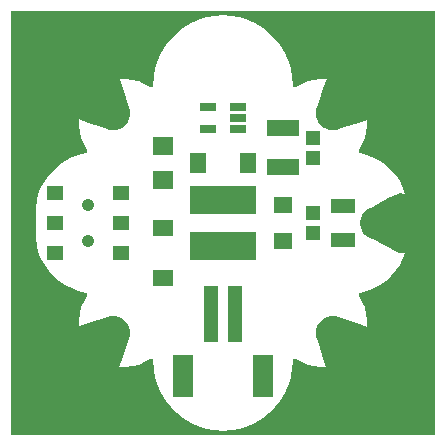
<source format=gbr>
G04 EAGLE Gerber RS-274X export*
G75*
%MOMM*%
%FSLAX34Y34*%
%LPD*%
%INSoldermask Top*%
%IPPOS*%
%AMOC8*
5,1,8,0,0,1.08239X$1,22.5*%
G01*
%ADD10R,1.473200X1.673200*%
%ADD11R,5.703200X2.353200*%
%ADD12R,2.703200X1.403200*%
%ADD13R,1.803200X1.603200*%
%ADD14R,1.203200X1.303200*%
%ADD15R,1.603200X1.403200*%
%ADD16C,4.013200*%
%ADD17R,1.403200X0.753200*%
%ADD18R,2.003200X1.203200*%
%ADD19R,1.203200X4.803200*%
%ADD20R,1.803200X3.603200*%
%ADD21R,1.353200X1.203200*%
%ADD22C,1.053200*%
%ADD23R,1.673200X1.473200*%

G36*
X355618Y-2029D02*
X355618Y-2029D01*
X355636Y-2031D01*
X355818Y-2010D01*
X356001Y-1991D01*
X356018Y-1986D01*
X356035Y-1984D01*
X356210Y-1927D01*
X356386Y-1873D01*
X356401Y-1865D01*
X356418Y-1859D01*
X356578Y-1769D01*
X356740Y-1681D01*
X356753Y-1670D01*
X356769Y-1661D01*
X356908Y-1541D01*
X357049Y-1424D01*
X357060Y-1410D01*
X357074Y-1398D01*
X357186Y-1253D01*
X357301Y-1110D01*
X357309Y-1094D01*
X357320Y-1080D01*
X357402Y-915D01*
X357487Y-753D01*
X357492Y-736D01*
X357500Y-720D01*
X357547Y-541D01*
X357598Y-366D01*
X357600Y-348D01*
X357604Y-331D01*
X357631Y0D01*
X357631Y355600D01*
X357629Y355618D01*
X357631Y355636D01*
X357610Y355818D01*
X357591Y356001D01*
X357586Y356018D01*
X357584Y356035D01*
X357527Y356210D01*
X357473Y356386D01*
X357465Y356401D01*
X357459Y356418D01*
X357369Y356578D01*
X357281Y356740D01*
X357270Y356753D01*
X357261Y356769D01*
X357141Y356908D01*
X357024Y357049D01*
X357010Y357060D01*
X356998Y357074D01*
X356853Y357186D01*
X356710Y357301D01*
X356694Y357309D01*
X356680Y357320D01*
X356515Y357402D01*
X356353Y357487D01*
X356336Y357492D01*
X356320Y357500D01*
X356141Y357547D01*
X355966Y357598D01*
X355948Y357600D01*
X355931Y357604D01*
X355600Y357631D01*
X0Y357631D01*
X-18Y357629D01*
X-36Y357631D01*
X-218Y357610D01*
X-401Y357591D01*
X-418Y357586D01*
X-435Y357584D01*
X-610Y357527D01*
X-786Y357473D01*
X-801Y357465D01*
X-818Y357459D01*
X-978Y357369D01*
X-1140Y357281D01*
X-1153Y357270D01*
X-1169Y357261D01*
X-1308Y357141D01*
X-1449Y357024D01*
X-1460Y357010D01*
X-1474Y356998D01*
X-1586Y356853D01*
X-1701Y356710D01*
X-1709Y356694D01*
X-1720Y356680D01*
X-1802Y356515D01*
X-1887Y356353D01*
X-1892Y356336D01*
X-1900Y356320D01*
X-1947Y356141D01*
X-1998Y355966D01*
X-2000Y355948D01*
X-2004Y355931D01*
X-2031Y355600D01*
X-2031Y0D01*
X-2029Y-18D01*
X-2031Y-36D01*
X-2010Y-218D01*
X-1991Y-401D01*
X-1986Y-418D01*
X-1984Y-435D01*
X-1927Y-610D01*
X-1873Y-786D01*
X-1865Y-801D01*
X-1859Y-818D01*
X-1769Y-978D01*
X-1681Y-1140D01*
X-1670Y-1153D01*
X-1661Y-1169D01*
X-1541Y-1308D01*
X-1424Y-1449D01*
X-1410Y-1460D01*
X-1398Y-1474D01*
X-1253Y-1586D01*
X-1110Y-1701D01*
X-1094Y-1709D01*
X-1080Y-1720D01*
X-915Y-1802D01*
X-753Y-1887D01*
X-736Y-1892D01*
X-720Y-1900D01*
X-541Y-1947D01*
X-366Y-1998D01*
X-348Y-2000D01*
X-331Y-2004D01*
X0Y-2031D01*
X355600Y-2031D01*
X355618Y-2029D01*
G37*
%LPC*%
G36*
X170697Y2465D02*
X170697Y2465D01*
X163698Y3747D01*
X156905Y5864D01*
X150416Y8785D01*
X144327Y12466D01*
X138725Y16854D01*
X133694Y21885D01*
X129306Y27487D01*
X125625Y33576D01*
X122704Y40065D01*
X120587Y46858D01*
X119305Y53857D01*
X118868Y61083D01*
X118852Y61178D01*
X118847Y61274D01*
X118829Y61343D01*
X118825Y61373D01*
X118816Y61401D01*
X118804Y61480D01*
X118770Y61570D01*
X118746Y61663D01*
X118699Y61758D01*
X118662Y61857D01*
X118612Y61939D01*
X118569Y62025D01*
X118505Y62109D01*
X118450Y62199D01*
X118384Y62269D01*
X118325Y62346D01*
X118246Y62415D01*
X118174Y62492D01*
X118095Y62548D01*
X118023Y62611D01*
X117932Y62664D01*
X117845Y62725D01*
X117757Y62764D01*
X117674Y62812D01*
X117574Y62846D01*
X117477Y62889D01*
X117383Y62910D01*
X117292Y62940D01*
X117188Y62953D01*
X117084Y62977D01*
X116988Y62979D01*
X116893Y62991D01*
X116788Y62983D01*
X116682Y62985D01*
X116587Y62968D01*
X116491Y62961D01*
X116390Y62933D01*
X116286Y62914D01*
X116196Y62879D01*
X116103Y62853D01*
X116017Y62811D01*
X116016Y62811D01*
X115987Y62796D01*
X115911Y62766D01*
X115868Y62738D01*
X115805Y62708D01*
X111128Y59938D01*
X106242Y57898D01*
X101121Y56553D01*
X95863Y55931D01*
X90570Y56043D01*
X89999Y56135D01*
X92204Y61408D01*
X92215Y61449D01*
X92230Y61478D01*
X94920Y69533D01*
X94927Y69574D01*
X94941Y69605D01*
X97001Y77724D01*
X98017Y79703D01*
X98053Y79806D01*
X98085Y79872D01*
X98763Y82110D01*
X98780Y82219D01*
X98800Y82289D01*
X99067Y84613D01*
X99064Y84723D01*
X99072Y84795D01*
X98918Y87129D01*
X98896Y87237D01*
X98890Y87310D01*
X98321Y89578D01*
X98280Y89680D01*
X98261Y89751D01*
X97296Y91881D01*
X97237Y91974D01*
X97206Y92040D01*
X95874Y93963D01*
X95800Y94044D01*
X95757Y94103D01*
X94103Y95757D01*
X94016Y95823D01*
X93963Y95874D01*
X92040Y97206D01*
X91942Y97255D01*
X91881Y97296D01*
X89751Y98261D01*
X89645Y98292D01*
X89578Y98321D01*
X87310Y98890D01*
X87200Y98901D01*
X87129Y98918D01*
X84795Y99072D01*
X84686Y99063D01*
X84613Y99067D01*
X82289Y98800D01*
X82183Y98773D01*
X82110Y98763D01*
X79872Y98085D01*
X79772Y98039D01*
X79703Y98017D01*
X77719Y96999D01*
X65757Y93843D01*
X65714Y93825D01*
X65677Y93818D01*
X56067Y90419D01*
X56043Y90570D01*
X55931Y95863D01*
X56553Y101121D01*
X57898Y106242D01*
X59938Y111128D01*
X62708Y115805D01*
X62761Y115919D01*
X62822Y116029D01*
X62846Y116101D01*
X62878Y116170D01*
X62907Y116293D01*
X62946Y116413D01*
X62954Y116488D01*
X62972Y116562D01*
X62977Y116687D01*
X62991Y116813D01*
X62985Y116888D01*
X62987Y116964D01*
X62967Y117088D01*
X62957Y117214D01*
X62935Y117287D01*
X62923Y117361D01*
X62879Y117479D01*
X62844Y117600D01*
X62808Y117667D01*
X62782Y117738D01*
X62715Y117845D01*
X62657Y117957D01*
X62609Y118016D01*
X62569Y118080D01*
X62483Y118172D01*
X62403Y118270D01*
X62345Y118318D01*
X62293Y118373D01*
X62190Y118446D01*
X62093Y118526D01*
X62026Y118562D01*
X61964Y118606D01*
X61849Y118657D01*
X61738Y118716D01*
X61654Y118743D01*
X61596Y118769D01*
X61525Y118785D01*
X61422Y118818D01*
X55330Y120241D01*
X49570Y122346D01*
X44105Y125130D01*
X39015Y128553D01*
X34376Y132563D01*
X30253Y137104D01*
X26708Y142109D01*
X23792Y147505D01*
X21548Y153212D01*
X20008Y159149D01*
X19195Y165228D01*
X19121Y171361D01*
X19799Y177580D01*
X19800Y177634D01*
X19808Y177689D01*
X19806Y177774D01*
X19811Y177836D01*
X19802Y177909D01*
X19803Y177982D01*
X19800Y177999D01*
X19799Y178020D01*
X19121Y184239D01*
X19195Y190372D01*
X20008Y196451D01*
X21548Y202388D01*
X23792Y208095D01*
X26708Y213491D01*
X30253Y218496D01*
X34376Y223037D01*
X39015Y227048D01*
X44105Y230470D01*
X49570Y233254D01*
X55330Y235359D01*
X61422Y236782D01*
X61542Y236823D01*
X61663Y236854D01*
X61731Y236888D01*
X61803Y236912D01*
X61912Y236975D01*
X62025Y237031D01*
X62086Y237076D01*
X62151Y237115D01*
X62245Y237198D01*
X62346Y237275D01*
X62396Y237332D01*
X62452Y237382D01*
X62528Y237483D01*
X62611Y237577D01*
X62649Y237643D01*
X62695Y237703D01*
X62749Y237817D01*
X62812Y237926D01*
X62836Y237998D01*
X62869Y238066D01*
X62900Y238188D01*
X62940Y238308D01*
X62950Y238383D01*
X62968Y238456D01*
X62975Y238582D01*
X62991Y238707D01*
X62985Y238783D01*
X62989Y238858D01*
X62970Y238983D01*
X62961Y239109D01*
X62941Y239182D01*
X62930Y239257D01*
X62887Y239375D01*
X62853Y239497D01*
X62814Y239576D01*
X62793Y239635D01*
X62755Y239698D01*
X62708Y239795D01*
X59938Y244472D01*
X57898Y249358D01*
X56553Y254479D01*
X55931Y259737D01*
X56043Y265030D01*
X56135Y265601D01*
X61408Y263396D01*
X61449Y263385D01*
X61478Y263370D01*
X69533Y260680D01*
X69574Y260673D01*
X69605Y260659D01*
X77724Y258599D01*
X79703Y257583D01*
X79806Y257547D01*
X79872Y257515D01*
X82110Y256837D01*
X82219Y256820D01*
X82289Y256800D01*
X84613Y256533D01*
X84723Y256536D01*
X84795Y256528D01*
X87129Y256682D01*
X87237Y256704D01*
X87310Y256710D01*
X89578Y257279D01*
X89680Y257320D01*
X89751Y257339D01*
X91881Y258304D01*
X91974Y258363D01*
X92040Y258394D01*
X93963Y259726D01*
X94044Y259800D01*
X94103Y259843D01*
X95757Y261497D01*
X95823Y261584D01*
X95874Y261637D01*
X97206Y263560D01*
X97255Y263658D01*
X97296Y263719D01*
X98261Y265849D01*
X98292Y265955D01*
X98321Y266022D01*
X98890Y268290D01*
X98901Y268400D01*
X98918Y268471D01*
X99072Y270805D01*
X99063Y270914D01*
X99067Y270987D01*
X98800Y273311D01*
X98773Y273417D01*
X98763Y273490D01*
X98085Y275728D01*
X98039Y275828D01*
X98017Y275897D01*
X96999Y277881D01*
X93843Y289843D01*
X93825Y289886D01*
X93818Y289923D01*
X90419Y299533D01*
X90570Y299557D01*
X95863Y299669D01*
X101121Y299047D01*
X106242Y297703D01*
X111128Y295662D01*
X115805Y292892D01*
X115892Y292852D01*
X115975Y292802D01*
X116074Y292767D01*
X116170Y292722D01*
X116264Y292700D01*
X116354Y292668D01*
X116459Y292653D01*
X116562Y292628D01*
X116658Y292624D01*
X116753Y292611D01*
X116858Y292617D01*
X116964Y292613D01*
X117059Y292628D01*
X117155Y292633D01*
X117257Y292660D01*
X117361Y292677D01*
X117451Y292711D01*
X117544Y292735D01*
X117639Y292781D01*
X117738Y292818D01*
X117820Y292869D01*
X117906Y292911D01*
X117990Y292975D01*
X118080Y293031D01*
X118150Y293097D01*
X118226Y293155D01*
X118296Y293235D01*
X118373Y293307D01*
X118428Y293386D01*
X118492Y293458D01*
X118545Y293550D01*
X118606Y293636D01*
X118645Y293724D01*
X118693Y293807D01*
X118726Y293907D01*
X118769Y294004D01*
X118790Y294097D01*
X118821Y294189D01*
X118839Y294317D01*
X118857Y294397D01*
X118858Y294449D01*
X118868Y294517D01*
X119305Y301743D01*
X120587Y308742D01*
X122704Y315535D01*
X125625Y322024D01*
X129306Y328113D01*
X133694Y333715D01*
X138725Y338746D01*
X144327Y343134D01*
X150416Y346816D01*
X156905Y349736D01*
X163698Y351853D01*
X170697Y353135D01*
X177800Y353565D01*
X184903Y353135D01*
X191902Y351853D01*
X198695Y349736D01*
X205184Y346816D01*
X211273Y343134D01*
X216875Y338746D01*
X221906Y333715D01*
X226294Y328113D01*
X229976Y322024D01*
X232896Y315535D01*
X235013Y308742D01*
X236295Y301743D01*
X236732Y294517D01*
X236748Y294422D01*
X236753Y294326D01*
X236780Y294224D01*
X236796Y294120D01*
X236830Y294030D01*
X236854Y293937D01*
X236901Y293842D01*
X236938Y293743D01*
X236988Y293661D01*
X237031Y293575D01*
X237095Y293491D01*
X237150Y293401D01*
X237216Y293331D01*
X237275Y293254D01*
X237354Y293185D01*
X237426Y293108D01*
X237505Y293052D01*
X237577Y292989D01*
X237668Y292936D01*
X237755Y292875D01*
X237843Y292836D01*
X237926Y292788D01*
X238026Y292754D01*
X238123Y292711D01*
X238217Y292690D01*
X238308Y292660D01*
X238412Y292647D01*
X238516Y292624D01*
X238612Y292621D01*
X238707Y292609D01*
X238812Y292617D01*
X238918Y292615D01*
X239013Y292632D01*
X239109Y292639D01*
X239211Y292667D01*
X239314Y292686D01*
X239404Y292721D01*
X239497Y292747D01*
X239613Y292804D01*
X239689Y292834D01*
X239733Y292862D01*
X239795Y292892D01*
X244472Y295662D01*
X249358Y297703D01*
X254479Y299047D01*
X259737Y299669D01*
X265030Y299557D01*
X265601Y299465D01*
X263396Y294192D01*
X263385Y294151D01*
X263370Y294122D01*
X260680Y286067D01*
X260673Y286026D01*
X260659Y285995D01*
X258599Y277876D01*
X257583Y275897D01*
X257547Y275794D01*
X257515Y275728D01*
X256837Y273490D01*
X256820Y273381D01*
X256800Y273311D01*
X256533Y270987D01*
X256536Y270877D01*
X256528Y270805D01*
X256682Y268471D01*
X256704Y268363D01*
X256710Y268290D01*
X257279Y266022D01*
X257320Y265920D01*
X257339Y265849D01*
X258304Y263719D01*
X258363Y263626D01*
X258394Y263560D01*
X259726Y261637D01*
X259800Y261556D01*
X259843Y261497D01*
X261497Y259843D01*
X261575Y259784D01*
X261604Y259757D01*
X261606Y259756D01*
X261637Y259726D01*
X263560Y258394D01*
X263658Y258345D01*
X263719Y258304D01*
X265849Y257339D01*
X265955Y257308D01*
X266022Y257279D01*
X268290Y256710D01*
X268400Y256699D01*
X268471Y256682D01*
X270805Y256528D01*
X270914Y256537D01*
X270987Y256533D01*
X273311Y256800D01*
X273417Y256827D01*
X273490Y256837D01*
X275728Y257515D01*
X275828Y257561D01*
X275897Y257583D01*
X277881Y258601D01*
X289843Y261757D01*
X289886Y261775D01*
X289923Y261782D01*
X299533Y265181D01*
X299557Y265030D01*
X299669Y259737D01*
X299047Y254479D01*
X297703Y249358D01*
X295662Y244472D01*
X292892Y239795D01*
X292851Y239707D01*
X292801Y239623D01*
X292766Y239525D01*
X292722Y239430D01*
X292700Y239335D01*
X292667Y239243D01*
X292652Y239140D01*
X292628Y239039D01*
X292624Y238941D01*
X292611Y238845D01*
X292617Y238741D01*
X292613Y238636D01*
X292628Y238540D01*
X292634Y238443D01*
X292660Y238342D01*
X292677Y238239D01*
X292711Y238148D01*
X292736Y238053D01*
X292781Y237960D01*
X292818Y237862D01*
X292870Y237779D01*
X292912Y237692D01*
X292976Y237609D01*
X293031Y237520D01*
X293098Y237449D01*
X293157Y237372D01*
X293236Y237303D01*
X293307Y237227D01*
X293387Y237171D01*
X293460Y237107D01*
X293551Y237055D01*
X293636Y236994D01*
X293725Y236955D01*
X293809Y236906D01*
X293930Y236864D01*
X294004Y236831D01*
X294055Y236820D01*
X294122Y236796D01*
X300053Y235232D01*
X305637Y233010D01*
X310913Y230132D01*
X315803Y226638D01*
X320237Y222581D01*
X324150Y218018D01*
X327483Y213017D01*
X330190Y207651D01*
X332005Y202623D01*
X331934Y202638D01*
X331841Y202645D01*
X331776Y202659D01*
X327916Y202874D01*
X327859Y202869D01*
X327802Y202874D01*
X327734Y202858D01*
X327633Y202850D01*
X327541Y202814D01*
X327475Y202799D01*
X319619Y199576D01*
X319582Y199555D01*
X319550Y199545D01*
X311953Y195751D01*
X311919Y195728D01*
X311888Y195716D01*
X304690Y191431D01*
X302572Y190750D01*
X302474Y190702D01*
X302404Y190679D01*
X300342Y189576D01*
X300253Y189511D01*
X300189Y189475D01*
X298357Y188021D01*
X298282Y187941D01*
X298225Y187895D01*
X296683Y186136D01*
X296623Y186044D01*
X296576Y185989D01*
X295374Y183982D01*
X295331Y183881D01*
X295294Y183818D01*
X294471Y181628D01*
X294447Y181521D01*
X294422Y181453D01*
X294003Y179151D01*
X293999Y179042D01*
X293987Y178970D01*
X293987Y176630D01*
X294002Y176522D01*
X294003Y176449D01*
X294422Y174147D01*
X294457Y174043D01*
X294471Y173972D01*
X295294Y171782D01*
X295347Y171686D01*
X295374Y171618D01*
X296576Y169611D01*
X296645Y169526D01*
X296683Y169464D01*
X298225Y167705D01*
X298309Y167633D01*
X298357Y167579D01*
X300189Y166125D01*
X300284Y166069D01*
X300342Y166024D01*
X302404Y164921D01*
X302508Y164883D01*
X302572Y164850D01*
X304694Y164167D01*
X315385Y157940D01*
X315428Y157923D01*
X315458Y157902D01*
X326723Y152524D01*
X326801Y152499D01*
X326875Y152466D01*
X326928Y152459D01*
X326994Y152438D01*
X327131Y152435D01*
X327209Y152426D01*
X331149Y152615D01*
X331241Y152633D01*
X331307Y152635D01*
X331928Y152764D01*
X330190Y147949D01*
X327483Y142583D01*
X324150Y137582D01*
X320237Y133019D01*
X315803Y128962D01*
X310913Y125468D01*
X305637Y122590D01*
X300053Y120368D01*
X294122Y118804D01*
X294031Y118770D01*
X293937Y118746D01*
X293843Y118700D01*
X293745Y118663D01*
X293662Y118612D01*
X293575Y118569D01*
X293492Y118506D01*
X293403Y118451D01*
X293332Y118384D01*
X293254Y118325D01*
X293186Y118247D01*
X293109Y118175D01*
X293053Y118096D01*
X292989Y118023D01*
X292937Y117933D01*
X292876Y117847D01*
X292836Y117758D01*
X292788Y117674D01*
X292755Y117575D01*
X292712Y117480D01*
X292691Y117384D01*
X292660Y117292D01*
X292647Y117189D01*
X292624Y117087D01*
X292622Y116989D01*
X292609Y116893D01*
X292617Y116789D01*
X292615Y116684D01*
X292632Y116588D01*
X292639Y116491D01*
X292667Y116391D01*
X292685Y116288D01*
X292721Y116197D01*
X292747Y116103D01*
X292803Y115989D01*
X292833Y115913D01*
X292861Y115869D01*
X292892Y115805D01*
X295662Y111128D01*
X297703Y106242D01*
X299047Y101121D01*
X299669Y95863D01*
X299557Y90570D01*
X299465Y89999D01*
X294192Y92204D01*
X294151Y92215D01*
X294122Y92230D01*
X286067Y94920D01*
X286026Y94927D01*
X285995Y94941D01*
X277876Y97001D01*
X275897Y98017D01*
X275829Y98040D01*
X275779Y98066D01*
X275760Y98069D01*
X275728Y98085D01*
X273490Y98763D01*
X273381Y98780D01*
X273311Y98800D01*
X270987Y99067D01*
X270877Y99064D01*
X270805Y99072D01*
X268471Y98918D01*
X268363Y98896D01*
X268290Y98890D01*
X266022Y98321D01*
X265920Y98280D01*
X265849Y98261D01*
X263719Y97296D01*
X263626Y97237D01*
X263560Y97206D01*
X261637Y95874D01*
X261556Y95800D01*
X261497Y95757D01*
X259843Y94103D01*
X259777Y94016D01*
X259726Y93963D01*
X258394Y92040D01*
X258345Y91942D01*
X258304Y91881D01*
X257339Y89751D01*
X257308Y89645D01*
X257279Y89578D01*
X256710Y87310D01*
X256699Y87200D01*
X256682Y87129D01*
X256528Y84795D01*
X256537Y84686D01*
X256533Y84613D01*
X256744Y82777D01*
X256744Y82776D01*
X256800Y82289D01*
X256827Y82183D01*
X256837Y82110D01*
X257515Y79872D01*
X257561Y79772D01*
X257583Y79703D01*
X258601Y77719D01*
X261757Y65757D01*
X261775Y65714D01*
X261782Y65677D01*
X265181Y56067D01*
X265030Y56043D01*
X259737Y55931D01*
X254479Y56553D01*
X249358Y57898D01*
X244472Y59938D01*
X239795Y62708D01*
X239708Y62748D01*
X239625Y62798D01*
X239526Y62833D01*
X239524Y62834D01*
X239518Y62837D01*
X239517Y62837D01*
X239430Y62878D01*
X239336Y62900D01*
X239246Y62932D01*
X239141Y62947D01*
X239039Y62972D01*
X238942Y62976D01*
X238847Y62989D01*
X238742Y62983D01*
X238636Y62987D01*
X238541Y62972D01*
X238445Y62967D01*
X238343Y62940D01*
X238239Y62923D01*
X238149Y62889D01*
X238056Y62865D01*
X237961Y62819D01*
X237862Y62782D01*
X237780Y62731D01*
X237694Y62689D01*
X237610Y62625D01*
X237520Y62569D01*
X237450Y62503D01*
X237374Y62445D01*
X237304Y62365D01*
X237227Y62293D01*
X237172Y62214D01*
X237108Y62142D01*
X237055Y62050D01*
X236994Y61964D01*
X236955Y61876D01*
X236907Y61793D01*
X236875Y61695D01*
X236872Y61690D01*
X236871Y61686D01*
X236831Y61596D01*
X236810Y61503D01*
X236779Y61411D01*
X236767Y61327D01*
X236761Y61303D01*
X236758Y61267D01*
X236743Y61203D01*
X236742Y61151D01*
X236732Y61083D01*
X236295Y53857D01*
X235427Y49116D01*
X235426Y49116D01*
X235013Y46858D01*
X232896Y40065D01*
X229976Y33576D01*
X226294Y27487D01*
X221906Y21885D01*
X216875Y16854D01*
X211273Y12466D01*
X205184Y8785D01*
X198695Y5864D01*
X191902Y3747D01*
X184903Y2465D01*
X177800Y2035D01*
X170697Y2465D01*
G37*
%LPD*%
D10*
X156300Y228600D03*
X199300Y228600D03*
D11*
X177800Y197000D03*
X177800Y158600D03*
D12*
X228600Y257800D03*
X228600Y224800D03*
D13*
X127000Y242600D03*
X127000Y214600D03*
D14*
X254000Y232800D03*
X254000Y249800D03*
X254000Y169300D03*
X254000Y186300D03*
D15*
X228600Y162800D03*
X228600Y192800D03*
D16*
X327660Y177800D03*
X71120Y71120D03*
X284480Y284480D03*
X71120Y284480D03*
D17*
X190801Y257200D03*
X190801Y266700D03*
X190801Y276200D03*
X164799Y276200D03*
X164799Y257200D03*
D18*
X279400Y191800D03*
X279400Y163800D03*
D19*
X187800Y100500D03*
X167800Y100500D03*
D20*
X211800Y48500D03*
X143800Y48500D03*
D21*
X35250Y202800D03*
X35250Y177800D03*
X35250Y152800D03*
X91750Y202800D03*
X91750Y177800D03*
X91750Y152800D03*
D22*
X63500Y192800D03*
X63500Y162800D03*
D23*
X127000Y130900D03*
X127000Y173900D03*
D16*
X284480Y71120D03*
M02*

</source>
